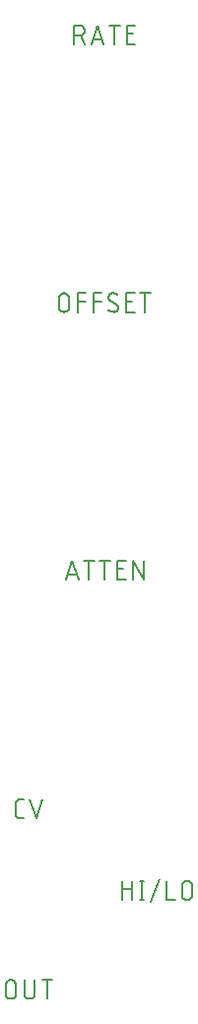
<source format=gbr>
G04 EAGLE Gerber RS-274X export*
G75*
%MOMM*%
%FSLAX34Y34*%
%LPD*%
%INSilkscreen Top*%
%IPPOS*%
%AMOC8*
5,1,8,0,0,1.08239X$1,22.5*%
G01*
%ADD10C,0.152400*%


D10*
X148753Y976872D02*
X148753Y993128D01*
X153269Y993128D01*
X153402Y993126D01*
X153534Y993120D01*
X153666Y993110D01*
X153798Y993097D01*
X153930Y993079D01*
X154060Y993058D01*
X154191Y993033D01*
X154320Y993004D01*
X154448Y992971D01*
X154576Y992935D01*
X154702Y992895D01*
X154827Y992851D01*
X154951Y992803D01*
X155073Y992752D01*
X155194Y992697D01*
X155313Y992639D01*
X155431Y992577D01*
X155546Y992512D01*
X155660Y992443D01*
X155771Y992372D01*
X155880Y992296D01*
X155987Y992218D01*
X156092Y992137D01*
X156194Y992052D01*
X156294Y991965D01*
X156391Y991875D01*
X156486Y991782D01*
X156577Y991686D01*
X156666Y991588D01*
X156752Y991487D01*
X156835Y991383D01*
X156915Y991277D01*
X156991Y991169D01*
X157065Y991059D01*
X157135Y990946D01*
X157202Y990832D01*
X157265Y990715D01*
X157325Y990597D01*
X157382Y990477D01*
X157435Y990355D01*
X157484Y990232D01*
X157530Y990108D01*
X157572Y989982D01*
X157610Y989855D01*
X157645Y989727D01*
X157676Y989598D01*
X157703Y989469D01*
X157726Y989338D01*
X157746Y989207D01*
X157761Y989075D01*
X157773Y988943D01*
X157781Y988811D01*
X157785Y988678D01*
X157785Y988546D01*
X157781Y988413D01*
X157773Y988281D01*
X157761Y988149D01*
X157746Y988017D01*
X157726Y987886D01*
X157703Y987755D01*
X157676Y987626D01*
X157645Y987497D01*
X157610Y987369D01*
X157572Y987242D01*
X157530Y987116D01*
X157484Y986992D01*
X157435Y986869D01*
X157382Y986747D01*
X157325Y986627D01*
X157265Y986509D01*
X157202Y986392D01*
X157135Y986278D01*
X157065Y986165D01*
X156991Y986055D01*
X156915Y985947D01*
X156835Y985841D01*
X156752Y985737D01*
X156666Y985636D01*
X156577Y985538D01*
X156486Y985442D01*
X156391Y985349D01*
X156294Y985259D01*
X156194Y985172D01*
X156092Y985087D01*
X155987Y985006D01*
X155880Y984928D01*
X155771Y984852D01*
X155660Y984781D01*
X155546Y984712D01*
X155431Y984647D01*
X155313Y984585D01*
X155194Y984527D01*
X155073Y984472D01*
X154951Y984421D01*
X154827Y984373D01*
X154702Y984329D01*
X154576Y984289D01*
X154448Y984253D01*
X154320Y984220D01*
X154191Y984191D01*
X154060Y984166D01*
X153930Y984145D01*
X153798Y984127D01*
X153666Y984114D01*
X153534Y984104D01*
X153402Y984098D01*
X153269Y984096D01*
X153269Y984097D02*
X148753Y984097D01*
X154172Y984097D02*
X157784Y976872D01*
X163390Y976872D02*
X168808Y993128D01*
X174227Y976872D01*
X172872Y980936D02*
X164744Y980936D01*
X183398Y976872D02*
X183398Y993128D01*
X187913Y993128D02*
X178882Y993128D01*
X194022Y976872D02*
X201247Y976872D01*
X194022Y976872D02*
X194022Y993128D01*
X201247Y993128D01*
X199441Y985903D02*
X194022Y985903D01*
X135575Y758612D02*
X135575Y751388D01*
X135574Y758612D02*
X135576Y758745D01*
X135582Y758877D01*
X135592Y759009D01*
X135605Y759141D01*
X135623Y759273D01*
X135644Y759403D01*
X135669Y759534D01*
X135698Y759663D01*
X135731Y759791D01*
X135767Y759919D01*
X135807Y760045D01*
X135851Y760170D01*
X135899Y760294D01*
X135950Y760416D01*
X136005Y760537D01*
X136063Y760656D01*
X136125Y760774D01*
X136190Y760889D01*
X136259Y761003D01*
X136330Y761114D01*
X136406Y761223D01*
X136484Y761330D01*
X136565Y761435D01*
X136650Y761537D01*
X136737Y761637D01*
X136827Y761734D01*
X136920Y761829D01*
X137016Y761920D01*
X137114Y762009D01*
X137215Y762095D01*
X137319Y762178D01*
X137425Y762258D01*
X137533Y762334D01*
X137643Y762408D01*
X137756Y762478D01*
X137870Y762545D01*
X137987Y762608D01*
X138105Y762668D01*
X138225Y762725D01*
X138347Y762778D01*
X138470Y762827D01*
X138594Y762873D01*
X138720Y762915D01*
X138847Y762953D01*
X138975Y762988D01*
X139104Y763019D01*
X139233Y763046D01*
X139364Y763069D01*
X139495Y763089D01*
X139627Y763104D01*
X139759Y763116D01*
X139891Y763124D01*
X140024Y763128D01*
X140156Y763128D01*
X140289Y763124D01*
X140421Y763116D01*
X140553Y763104D01*
X140685Y763089D01*
X140816Y763069D01*
X140947Y763046D01*
X141076Y763019D01*
X141205Y762988D01*
X141333Y762953D01*
X141460Y762915D01*
X141586Y762873D01*
X141710Y762827D01*
X141833Y762778D01*
X141955Y762725D01*
X142075Y762668D01*
X142193Y762608D01*
X142310Y762545D01*
X142424Y762478D01*
X142537Y762408D01*
X142647Y762334D01*
X142755Y762258D01*
X142861Y762178D01*
X142965Y762095D01*
X143066Y762009D01*
X143164Y761920D01*
X143260Y761829D01*
X143353Y761734D01*
X143443Y761637D01*
X143530Y761537D01*
X143615Y761435D01*
X143696Y761330D01*
X143774Y761223D01*
X143850Y761114D01*
X143921Y761003D01*
X143990Y760889D01*
X144055Y760774D01*
X144117Y760656D01*
X144175Y760537D01*
X144230Y760416D01*
X144281Y760294D01*
X144329Y760170D01*
X144373Y760045D01*
X144413Y759919D01*
X144449Y759791D01*
X144482Y759663D01*
X144511Y759534D01*
X144536Y759403D01*
X144557Y759273D01*
X144575Y759141D01*
X144588Y759009D01*
X144598Y758877D01*
X144604Y758745D01*
X144606Y758612D01*
X144606Y751388D01*
X144604Y751255D01*
X144598Y751123D01*
X144588Y750991D01*
X144575Y750859D01*
X144557Y750727D01*
X144536Y750597D01*
X144511Y750466D01*
X144482Y750337D01*
X144449Y750209D01*
X144413Y750081D01*
X144373Y749955D01*
X144329Y749830D01*
X144281Y749706D01*
X144230Y749584D01*
X144175Y749463D01*
X144117Y749344D01*
X144055Y749226D01*
X143990Y749111D01*
X143921Y748997D01*
X143850Y748886D01*
X143774Y748777D01*
X143696Y748670D01*
X143615Y748565D01*
X143530Y748463D01*
X143443Y748363D01*
X143353Y748266D01*
X143260Y748171D01*
X143164Y748080D01*
X143066Y747991D01*
X142965Y747905D01*
X142861Y747822D01*
X142755Y747742D01*
X142647Y747666D01*
X142537Y747592D01*
X142424Y747522D01*
X142310Y747455D01*
X142193Y747392D01*
X142075Y747332D01*
X141955Y747275D01*
X141833Y747222D01*
X141710Y747173D01*
X141586Y747127D01*
X141460Y747085D01*
X141333Y747047D01*
X141205Y747012D01*
X141076Y746981D01*
X140947Y746954D01*
X140816Y746931D01*
X140685Y746911D01*
X140553Y746896D01*
X140421Y746884D01*
X140289Y746876D01*
X140156Y746872D01*
X140024Y746872D01*
X139891Y746876D01*
X139759Y746884D01*
X139627Y746896D01*
X139495Y746911D01*
X139364Y746931D01*
X139233Y746954D01*
X139104Y746981D01*
X138975Y747012D01*
X138847Y747047D01*
X138720Y747085D01*
X138594Y747127D01*
X138470Y747173D01*
X138347Y747222D01*
X138225Y747275D01*
X138105Y747332D01*
X137987Y747392D01*
X137870Y747455D01*
X137756Y747522D01*
X137643Y747592D01*
X137533Y747666D01*
X137425Y747742D01*
X137319Y747822D01*
X137215Y747905D01*
X137114Y747991D01*
X137016Y748080D01*
X136920Y748171D01*
X136827Y748266D01*
X136737Y748363D01*
X136650Y748463D01*
X136565Y748565D01*
X136484Y748670D01*
X136406Y748777D01*
X136330Y748886D01*
X136259Y748997D01*
X136190Y749111D01*
X136125Y749226D01*
X136063Y749344D01*
X136005Y749463D01*
X135950Y749584D01*
X135899Y749706D01*
X135851Y749830D01*
X135807Y749955D01*
X135767Y750081D01*
X135731Y750209D01*
X135698Y750337D01*
X135669Y750466D01*
X135644Y750597D01*
X135623Y750727D01*
X135605Y750859D01*
X135592Y750991D01*
X135582Y751123D01*
X135576Y751255D01*
X135574Y751388D01*
X151757Y746872D02*
X151757Y763128D01*
X158982Y763128D01*
X158982Y755903D02*
X151757Y755903D01*
X165304Y763128D02*
X165304Y746872D01*
X165304Y763128D02*
X172529Y763128D01*
X172529Y755903D02*
X165304Y755903D01*
X183198Y746872D02*
X183316Y746874D01*
X183434Y746880D01*
X183552Y746889D01*
X183669Y746903D01*
X183786Y746920D01*
X183903Y746941D01*
X184018Y746966D01*
X184133Y746995D01*
X184247Y747028D01*
X184359Y747064D01*
X184470Y747104D01*
X184580Y747147D01*
X184689Y747194D01*
X184796Y747244D01*
X184901Y747299D01*
X185004Y747356D01*
X185105Y747417D01*
X185205Y747481D01*
X185302Y747548D01*
X185397Y747618D01*
X185489Y747692D01*
X185580Y747768D01*
X185667Y747848D01*
X185752Y747930D01*
X185834Y748015D01*
X185914Y748102D01*
X185990Y748193D01*
X186064Y748285D01*
X186134Y748380D01*
X186201Y748477D01*
X186265Y748577D01*
X186326Y748678D01*
X186383Y748781D01*
X186438Y748886D01*
X186488Y748993D01*
X186535Y749102D01*
X186578Y749212D01*
X186618Y749323D01*
X186654Y749435D01*
X186687Y749549D01*
X186716Y749664D01*
X186741Y749779D01*
X186762Y749896D01*
X186779Y750013D01*
X186793Y750130D01*
X186802Y750248D01*
X186808Y750366D01*
X186810Y750484D01*
X183198Y746872D02*
X183015Y746874D01*
X182833Y746881D01*
X182651Y746892D01*
X182469Y746907D01*
X182287Y746927D01*
X182106Y746950D01*
X181926Y746979D01*
X181746Y747011D01*
X181567Y747048D01*
X181390Y747089D01*
X181213Y747135D01*
X181037Y747184D01*
X180863Y747238D01*
X180689Y747296D01*
X180518Y747358D01*
X180348Y747424D01*
X180179Y747495D01*
X180012Y747569D01*
X179847Y747647D01*
X179684Y747729D01*
X179523Y747815D01*
X179364Y747905D01*
X179207Y747999D01*
X179053Y748096D01*
X178901Y748197D01*
X178751Y748302D01*
X178604Y748410D01*
X178460Y748521D01*
X178318Y748636D01*
X178179Y748755D01*
X178043Y748877D01*
X177910Y749002D01*
X177780Y749130D01*
X178231Y759516D02*
X178233Y759634D01*
X178239Y759752D01*
X178248Y759870D01*
X178262Y759987D01*
X178279Y760104D01*
X178300Y760221D01*
X178325Y760336D01*
X178354Y760451D01*
X178387Y760565D01*
X178423Y760677D01*
X178463Y760788D01*
X178506Y760898D01*
X178553Y761007D01*
X178603Y761114D01*
X178658Y761219D01*
X178715Y761322D01*
X178776Y761423D01*
X178840Y761523D01*
X178907Y761620D01*
X178977Y761715D01*
X179051Y761807D01*
X179127Y761898D01*
X179207Y761985D01*
X179289Y762070D01*
X179374Y762152D01*
X179461Y762232D01*
X179552Y762308D01*
X179644Y762382D01*
X179739Y762452D01*
X179836Y762519D01*
X179936Y762583D01*
X180037Y762644D01*
X180140Y762702D01*
X180245Y762756D01*
X180352Y762806D01*
X180461Y762853D01*
X180571Y762897D01*
X180682Y762936D01*
X180795Y762972D01*
X180908Y763005D01*
X181023Y763034D01*
X181138Y763059D01*
X181255Y763080D01*
X181372Y763097D01*
X181489Y763111D01*
X181607Y763120D01*
X181725Y763126D01*
X181843Y763128D01*
X182004Y763126D01*
X182166Y763120D01*
X182327Y763111D01*
X182488Y763097D01*
X182648Y763080D01*
X182808Y763059D01*
X182968Y763034D01*
X183127Y763005D01*
X183285Y762973D01*
X183442Y762937D01*
X183598Y762897D01*
X183754Y762853D01*
X183908Y762805D01*
X184061Y762754D01*
X184213Y762700D01*
X184364Y762641D01*
X184513Y762580D01*
X184660Y762514D01*
X184806Y762445D01*
X184951Y762373D01*
X185093Y762297D01*
X185234Y762218D01*
X185373Y762136D01*
X185509Y762050D01*
X185644Y761961D01*
X185777Y761869D01*
X185907Y761773D01*
X180036Y756355D02*
X179935Y756417D01*
X179835Y756482D01*
X179738Y756551D01*
X179643Y756623D01*
X179550Y756697D01*
X179460Y756775D01*
X179372Y756856D01*
X179287Y756939D01*
X179205Y757025D01*
X179126Y757114D01*
X179049Y757205D01*
X178976Y757299D01*
X178905Y757395D01*
X178838Y757493D01*
X178774Y757593D01*
X178713Y757696D01*
X178656Y757800D01*
X178602Y757906D01*
X178552Y758014D01*
X178505Y758123D01*
X178461Y758234D01*
X178421Y758346D01*
X178385Y758460D01*
X178353Y758574D01*
X178324Y758690D01*
X178299Y758806D01*
X178278Y758923D01*
X178261Y759041D01*
X178247Y759159D01*
X178238Y759278D01*
X178232Y759397D01*
X178230Y759516D01*
X185004Y753645D02*
X185105Y753583D01*
X185205Y753518D01*
X185302Y753449D01*
X185397Y753377D01*
X185490Y753303D01*
X185580Y753225D01*
X185668Y753144D01*
X185753Y753061D01*
X185835Y752975D01*
X185914Y752886D01*
X185991Y752795D01*
X186064Y752701D01*
X186135Y752605D01*
X186202Y752507D01*
X186266Y752407D01*
X186327Y752304D01*
X186384Y752200D01*
X186438Y752094D01*
X186488Y751986D01*
X186535Y751877D01*
X186579Y751766D01*
X186619Y751654D01*
X186655Y751540D01*
X186687Y751426D01*
X186716Y751310D01*
X186741Y751194D01*
X186762Y751077D01*
X186779Y750959D01*
X186793Y750841D01*
X186802Y750722D01*
X186808Y750603D01*
X186810Y750484D01*
X185004Y753645D02*
X180037Y756355D01*
X193440Y746872D02*
X200665Y746872D01*
X193440Y746872D02*
X193440Y763128D01*
X200665Y763128D01*
X198859Y755903D02*
X193440Y755903D01*
X209910Y763128D02*
X209910Y746872D01*
X205394Y763128D02*
X214425Y763128D01*
X147055Y533128D02*
X141636Y516872D01*
X152473Y516872D02*
X147055Y533128D01*
X151119Y520936D02*
X142991Y520936D01*
X161644Y516872D02*
X161644Y533128D01*
X157128Y533128D02*
X166160Y533128D01*
X175191Y533128D02*
X175191Y516872D01*
X170676Y533128D02*
X179707Y533128D01*
X185816Y516872D02*
X193040Y516872D01*
X185816Y516872D02*
X185816Y533128D01*
X193040Y533128D01*
X191234Y525903D02*
X185816Y525903D01*
X199333Y533128D02*
X199333Y516872D01*
X208364Y516872D02*
X199333Y533128D01*
X208364Y533128D02*
X208364Y516872D01*
X105725Y311872D02*
X102113Y311872D01*
X101995Y311874D01*
X101877Y311880D01*
X101759Y311889D01*
X101642Y311903D01*
X101525Y311920D01*
X101408Y311941D01*
X101293Y311966D01*
X101178Y311995D01*
X101064Y312028D01*
X100952Y312064D01*
X100841Y312104D01*
X100731Y312147D01*
X100622Y312194D01*
X100515Y312244D01*
X100410Y312299D01*
X100307Y312356D01*
X100206Y312417D01*
X100106Y312481D01*
X100009Y312548D01*
X99914Y312618D01*
X99822Y312692D01*
X99731Y312768D01*
X99644Y312848D01*
X99559Y312930D01*
X99477Y313015D01*
X99397Y313102D01*
X99321Y313193D01*
X99247Y313285D01*
X99177Y313380D01*
X99110Y313477D01*
X99046Y313577D01*
X98985Y313678D01*
X98928Y313781D01*
X98873Y313886D01*
X98823Y313993D01*
X98776Y314102D01*
X98733Y314212D01*
X98693Y314323D01*
X98657Y314435D01*
X98624Y314549D01*
X98595Y314664D01*
X98570Y314779D01*
X98549Y314896D01*
X98532Y315013D01*
X98518Y315130D01*
X98509Y315248D01*
X98503Y315366D01*
X98501Y315484D01*
X98500Y315484D02*
X98500Y324516D01*
X98501Y324516D02*
X98503Y324634D01*
X98509Y324752D01*
X98518Y324870D01*
X98532Y324987D01*
X98549Y325104D01*
X98570Y325221D01*
X98595Y325336D01*
X98624Y325451D01*
X98657Y325565D01*
X98693Y325677D01*
X98733Y325788D01*
X98776Y325898D01*
X98823Y326007D01*
X98873Y326114D01*
X98927Y326219D01*
X98985Y326322D01*
X99046Y326423D01*
X99110Y326523D01*
X99177Y326620D01*
X99247Y326715D01*
X99321Y326807D01*
X99397Y326898D01*
X99477Y326985D01*
X99559Y327070D01*
X99644Y327152D01*
X99731Y327232D01*
X99822Y327308D01*
X99914Y327382D01*
X100009Y327452D01*
X100106Y327519D01*
X100206Y327583D01*
X100307Y327644D01*
X100410Y327701D01*
X100515Y327755D01*
X100622Y327806D01*
X100731Y327853D01*
X100841Y327896D01*
X100952Y327936D01*
X101064Y327972D01*
X101178Y328005D01*
X101293Y328034D01*
X101408Y328059D01*
X101525Y328080D01*
X101642Y328097D01*
X101759Y328111D01*
X101877Y328120D01*
X101995Y328126D01*
X102113Y328128D01*
X105725Y328128D01*
X110663Y328128D02*
X116081Y311872D01*
X121500Y328128D01*
X89853Y168612D02*
X89853Y161388D01*
X89853Y168612D02*
X89855Y168745D01*
X89861Y168877D01*
X89871Y169009D01*
X89884Y169141D01*
X89902Y169273D01*
X89923Y169403D01*
X89948Y169534D01*
X89977Y169663D01*
X90010Y169791D01*
X90046Y169919D01*
X90086Y170045D01*
X90130Y170170D01*
X90178Y170294D01*
X90229Y170416D01*
X90284Y170537D01*
X90342Y170656D01*
X90404Y170774D01*
X90469Y170889D01*
X90538Y171003D01*
X90609Y171114D01*
X90685Y171223D01*
X90763Y171330D01*
X90844Y171435D01*
X90929Y171537D01*
X91016Y171637D01*
X91106Y171734D01*
X91199Y171829D01*
X91295Y171920D01*
X91393Y172009D01*
X91494Y172095D01*
X91598Y172178D01*
X91704Y172258D01*
X91812Y172334D01*
X91922Y172408D01*
X92035Y172478D01*
X92149Y172545D01*
X92266Y172608D01*
X92384Y172668D01*
X92504Y172725D01*
X92626Y172778D01*
X92749Y172827D01*
X92873Y172873D01*
X92999Y172915D01*
X93126Y172953D01*
X93254Y172988D01*
X93383Y173019D01*
X93512Y173046D01*
X93643Y173069D01*
X93774Y173089D01*
X93906Y173104D01*
X94038Y173116D01*
X94170Y173124D01*
X94303Y173128D01*
X94435Y173128D01*
X94568Y173124D01*
X94700Y173116D01*
X94832Y173104D01*
X94964Y173089D01*
X95095Y173069D01*
X95226Y173046D01*
X95355Y173019D01*
X95484Y172988D01*
X95612Y172953D01*
X95739Y172915D01*
X95865Y172873D01*
X95989Y172827D01*
X96112Y172778D01*
X96234Y172725D01*
X96354Y172668D01*
X96472Y172608D01*
X96589Y172545D01*
X96703Y172478D01*
X96816Y172408D01*
X96926Y172334D01*
X97034Y172258D01*
X97140Y172178D01*
X97244Y172095D01*
X97345Y172009D01*
X97443Y171920D01*
X97539Y171829D01*
X97632Y171734D01*
X97722Y171637D01*
X97809Y171537D01*
X97894Y171435D01*
X97975Y171330D01*
X98053Y171223D01*
X98129Y171114D01*
X98200Y171003D01*
X98269Y170889D01*
X98334Y170774D01*
X98396Y170656D01*
X98454Y170537D01*
X98509Y170416D01*
X98560Y170294D01*
X98608Y170170D01*
X98652Y170045D01*
X98692Y169919D01*
X98728Y169791D01*
X98761Y169663D01*
X98790Y169534D01*
X98815Y169403D01*
X98836Y169273D01*
X98854Y169141D01*
X98867Y169009D01*
X98877Y168877D01*
X98883Y168745D01*
X98885Y168612D01*
X98884Y168612D02*
X98884Y161388D01*
X98885Y161388D02*
X98883Y161255D01*
X98877Y161123D01*
X98867Y160991D01*
X98854Y160859D01*
X98836Y160727D01*
X98815Y160597D01*
X98790Y160466D01*
X98761Y160337D01*
X98728Y160209D01*
X98692Y160081D01*
X98652Y159955D01*
X98608Y159830D01*
X98560Y159706D01*
X98509Y159584D01*
X98454Y159463D01*
X98396Y159344D01*
X98334Y159226D01*
X98269Y159111D01*
X98200Y158997D01*
X98129Y158886D01*
X98053Y158777D01*
X97975Y158670D01*
X97894Y158565D01*
X97809Y158463D01*
X97722Y158363D01*
X97632Y158266D01*
X97539Y158171D01*
X97443Y158080D01*
X97345Y157991D01*
X97244Y157905D01*
X97140Y157822D01*
X97034Y157742D01*
X96926Y157666D01*
X96816Y157592D01*
X96703Y157522D01*
X96589Y157455D01*
X96472Y157392D01*
X96354Y157332D01*
X96234Y157275D01*
X96112Y157222D01*
X95989Y157173D01*
X95865Y157127D01*
X95739Y157085D01*
X95612Y157047D01*
X95484Y157012D01*
X95355Y156981D01*
X95226Y156954D01*
X95095Y156931D01*
X94964Y156911D01*
X94832Y156896D01*
X94700Y156884D01*
X94568Y156876D01*
X94435Y156872D01*
X94303Y156872D01*
X94170Y156876D01*
X94038Y156884D01*
X93906Y156896D01*
X93774Y156911D01*
X93643Y156931D01*
X93512Y156954D01*
X93383Y156981D01*
X93254Y157012D01*
X93126Y157047D01*
X92999Y157085D01*
X92873Y157127D01*
X92749Y157173D01*
X92626Y157222D01*
X92504Y157275D01*
X92384Y157332D01*
X92266Y157392D01*
X92149Y157455D01*
X92035Y157522D01*
X91922Y157592D01*
X91812Y157666D01*
X91704Y157742D01*
X91598Y157822D01*
X91494Y157905D01*
X91393Y157991D01*
X91295Y158080D01*
X91199Y158171D01*
X91106Y158266D01*
X91016Y158363D01*
X90929Y158463D01*
X90844Y158565D01*
X90763Y158670D01*
X90685Y158777D01*
X90609Y158886D01*
X90538Y158997D01*
X90469Y159111D01*
X90404Y159226D01*
X90342Y159344D01*
X90284Y159463D01*
X90229Y159584D01*
X90178Y159706D01*
X90130Y159830D01*
X90086Y159955D01*
X90046Y160081D01*
X90010Y160209D01*
X89977Y160337D01*
X89948Y160466D01*
X89923Y160597D01*
X89902Y160727D01*
X89884Y160859D01*
X89871Y160991D01*
X89861Y161123D01*
X89855Y161255D01*
X89853Y161388D01*
X106006Y161388D02*
X106006Y173128D01*
X106005Y161388D02*
X106007Y161255D01*
X106013Y161123D01*
X106023Y160991D01*
X106036Y160859D01*
X106054Y160727D01*
X106075Y160597D01*
X106100Y160466D01*
X106129Y160337D01*
X106162Y160209D01*
X106198Y160081D01*
X106238Y159955D01*
X106282Y159830D01*
X106330Y159706D01*
X106381Y159584D01*
X106436Y159463D01*
X106494Y159344D01*
X106556Y159226D01*
X106621Y159111D01*
X106690Y158997D01*
X106761Y158886D01*
X106837Y158777D01*
X106915Y158670D01*
X106996Y158565D01*
X107081Y158463D01*
X107168Y158363D01*
X107258Y158266D01*
X107351Y158171D01*
X107447Y158080D01*
X107545Y157991D01*
X107646Y157905D01*
X107750Y157822D01*
X107856Y157742D01*
X107964Y157666D01*
X108074Y157592D01*
X108187Y157522D01*
X108301Y157455D01*
X108418Y157392D01*
X108536Y157332D01*
X108656Y157275D01*
X108778Y157222D01*
X108901Y157173D01*
X109025Y157127D01*
X109151Y157085D01*
X109278Y157047D01*
X109406Y157012D01*
X109535Y156981D01*
X109664Y156954D01*
X109795Y156931D01*
X109926Y156911D01*
X110058Y156896D01*
X110190Y156884D01*
X110322Y156876D01*
X110455Y156872D01*
X110587Y156872D01*
X110720Y156876D01*
X110852Y156884D01*
X110984Y156896D01*
X111116Y156911D01*
X111247Y156931D01*
X111378Y156954D01*
X111507Y156981D01*
X111636Y157012D01*
X111764Y157047D01*
X111891Y157085D01*
X112017Y157127D01*
X112141Y157173D01*
X112264Y157222D01*
X112386Y157275D01*
X112506Y157332D01*
X112624Y157392D01*
X112741Y157455D01*
X112855Y157522D01*
X112968Y157592D01*
X113078Y157666D01*
X113186Y157742D01*
X113292Y157822D01*
X113396Y157905D01*
X113497Y157991D01*
X113595Y158080D01*
X113691Y158171D01*
X113784Y158266D01*
X113874Y158363D01*
X113961Y158463D01*
X114046Y158565D01*
X114127Y158670D01*
X114205Y158777D01*
X114281Y158886D01*
X114352Y158997D01*
X114421Y159111D01*
X114486Y159226D01*
X114548Y159344D01*
X114606Y159463D01*
X114661Y159584D01*
X114712Y159706D01*
X114760Y159830D01*
X114804Y159955D01*
X114844Y160081D01*
X114880Y160209D01*
X114913Y160337D01*
X114942Y160466D01*
X114967Y160597D01*
X114988Y160727D01*
X115006Y160859D01*
X115019Y160991D01*
X115029Y161123D01*
X115035Y161255D01*
X115037Y161388D01*
X115037Y173128D01*
X125631Y173128D02*
X125631Y156872D01*
X121116Y173128D02*
X130147Y173128D01*
X189693Y241872D02*
X189693Y258128D01*
X189693Y250903D02*
X198724Y250903D01*
X198724Y258128D02*
X198724Y241872D01*
X207235Y241872D02*
X207235Y258128D01*
X205428Y241872D02*
X209041Y241872D01*
X209041Y258128D02*
X205428Y258128D01*
X221789Y259934D02*
X214564Y240066D01*
X228280Y241872D02*
X228280Y258128D01*
X228280Y241872D02*
X235505Y241872D01*
X241276Y246388D02*
X241276Y253612D01*
X241275Y253612D02*
X241277Y253745D01*
X241283Y253877D01*
X241293Y254009D01*
X241306Y254141D01*
X241324Y254273D01*
X241345Y254403D01*
X241370Y254534D01*
X241399Y254663D01*
X241432Y254791D01*
X241468Y254919D01*
X241508Y255045D01*
X241552Y255170D01*
X241600Y255294D01*
X241651Y255416D01*
X241706Y255537D01*
X241764Y255656D01*
X241826Y255774D01*
X241891Y255889D01*
X241960Y256003D01*
X242031Y256114D01*
X242107Y256223D01*
X242185Y256330D01*
X242266Y256435D01*
X242351Y256537D01*
X242438Y256637D01*
X242528Y256734D01*
X242621Y256829D01*
X242717Y256920D01*
X242815Y257009D01*
X242916Y257095D01*
X243020Y257178D01*
X243126Y257258D01*
X243234Y257334D01*
X243344Y257408D01*
X243457Y257478D01*
X243571Y257545D01*
X243688Y257608D01*
X243806Y257668D01*
X243926Y257725D01*
X244048Y257778D01*
X244171Y257827D01*
X244295Y257873D01*
X244421Y257915D01*
X244548Y257953D01*
X244676Y257988D01*
X244805Y258019D01*
X244934Y258046D01*
X245065Y258069D01*
X245196Y258089D01*
X245328Y258104D01*
X245460Y258116D01*
X245592Y258124D01*
X245725Y258128D01*
X245857Y258128D01*
X245990Y258124D01*
X246122Y258116D01*
X246254Y258104D01*
X246386Y258089D01*
X246517Y258069D01*
X246648Y258046D01*
X246777Y258019D01*
X246906Y257988D01*
X247034Y257953D01*
X247161Y257915D01*
X247287Y257873D01*
X247411Y257827D01*
X247534Y257778D01*
X247656Y257725D01*
X247776Y257668D01*
X247894Y257608D01*
X248011Y257545D01*
X248125Y257478D01*
X248238Y257408D01*
X248348Y257334D01*
X248456Y257258D01*
X248562Y257178D01*
X248666Y257095D01*
X248767Y257009D01*
X248865Y256920D01*
X248961Y256829D01*
X249054Y256734D01*
X249144Y256637D01*
X249231Y256537D01*
X249316Y256435D01*
X249397Y256330D01*
X249475Y256223D01*
X249551Y256114D01*
X249622Y256003D01*
X249691Y255889D01*
X249756Y255774D01*
X249818Y255656D01*
X249876Y255537D01*
X249931Y255416D01*
X249982Y255294D01*
X250030Y255170D01*
X250074Y255045D01*
X250114Y254919D01*
X250150Y254791D01*
X250183Y254663D01*
X250212Y254534D01*
X250237Y254403D01*
X250258Y254273D01*
X250276Y254141D01*
X250289Y254009D01*
X250299Y253877D01*
X250305Y253745D01*
X250307Y253612D01*
X250307Y246388D01*
X250305Y246255D01*
X250299Y246123D01*
X250289Y245991D01*
X250276Y245859D01*
X250258Y245727D01*
X250237Y245597D01*
X250212Y245466D01*
X250183Y245337D01*
X250150Y245209D01*
X250114Y245081D01*
X250074Y244955D01*
X250030Y244830D01*
X249982Y244706D01*
X249931Y244584D01*
X249876Y244463D01*
X249818Y244344D01*
X249756Y244226D01*
X249691Y244111D01*
X249622Y243997D01*
X249551Y243886D01*
X249475Y243777D01*
X249397Y243670D01*
X249316Y243565D01*
X249231Y243463D01*
X249144Y243363D01*
X249054Y243266D01*
X248961Y243171D01*
X248865Y243080D01*
X248767Y242991D01*
X248666Y242905D01*
X248562Y242822D01*
X248456Y242742D01*
X248348Y242666D01*
X248238Y242592D01*
X248125Y242522D01*
X248011Y242455D01*
X247894Y242392D01*
X247776Y242332D01*
X247656Y242275D01*
X247534Y242222D01*
X247411Y242173D01*
X247287Y242127D01*
X247161Y242085D01*
X247034Y242047D01*
X246906Y242012D01*
X246777Y241981D01*
X246648Y241954D01*
X246517Y241931D01*
X246386Y241911D01*
X246254Y241896D01*
X246122Y241884D01*
X245990Y241876D01*
X245857Y241872D01*
X245725Y241872D01*
X245592Y241876D01*
X245460Y241884D01*
X245328Y241896D01*
X245196Y241911D01*
X245065Y241931D01*
X244934Y241954D01*
X244805Y241981D01*
X244676Y242012D01*
X244548Y242047D01*
X244421Y242085D01*
X244295Y242127D01*
X244171Y242173D01*
X244048Y242222D01*
X243926Y242275D01*
X243806Y242332D01*
X243688Y242392D01*
X243571Y242455D01*
X243457Y242522D01*
X243344Y242592D01*
X243234Y242666D01*
X243126Y242742D01*
X243020Y242822D01*
X242916Y242905D01*
X242815Y242991D01*
X242717Y243080D01*
X242621Y243171D01*
X242528Y243266D01*
X242438Y243363D01*
X242351Y243463D01*
X242266Y243565D01*
X242185Y243670D01*
X242107Y243777D01*
X242031Y243886D01*
X241960Y243997D01*
X241891Y244111D01*
X241826Y244226D01*
X241764Y244344D01*
X241706Y244463D01*
X241651Y244584D01*
X241600Y244706D01*
X241552Y244830D01*
X241508Y244955D01*
X241468Y245081D01*
X241432Y245209D01*
X241399Y245337D01*
X241370Y245466D01*
X241345Y245597D01*
X241324Y245727D01*
X241306Y245859D01*
X241293Y245991D01*
X241283Y246123D01*
X241277Y246255D01*
X241275Y246388D01*
M02*

</source>
